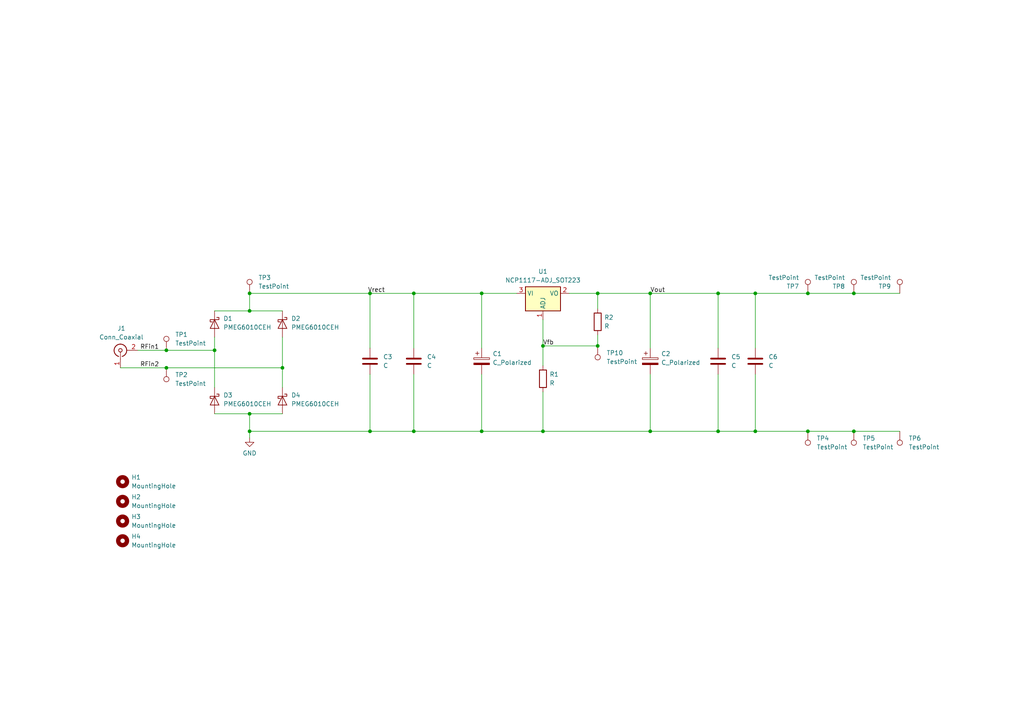
<source format=kicad_sch>
(kicad_sch (version 20231120) (generator "eeschema") (generator_version "8.0")
  (paper "A4")
  (lib_symbols
    (symbol "Connector:Conn_Coaxial" (pin_names (offset 1.016) hide)
      (property "Reference" "J" (at 0.254 3.048 0))
      (property "Value" "Conn_Coaxial" (at 2.921 0 90))
      (symbol "Conn_Coaxial_0_1"
        (arc (start -1.778 -0.508) (mid 0.2311 -1.8066) (end 1.778 0) (stroke (width 0.254)))
        (polyline (pts (xy -2.54 0) (xy -0.508 0)))
        (polyline (pts (xy 0 -2.54) (xy 0 -1.778)))
        (circle (center 0 0) (radius 0.508) (stroke (width 0.2032)))
        (arc (start 1.778 0) (mid 0.2099 1.8101) (end -1.778 0.508) (stroke (width 0.254)))
      )
      (symbol "Conn_Coaxial_1_1"
        (pin passive line (at -5.08 0 0) (length 2.54) (name "In") (number "1"))
        (pin passive line (at 0 -5.08 90) (length 2.54) (name "Ext") (number "2"))
      )
    )
    (symbol "Connector:TestPoint" (pin_numbers hide) (pin_names (offset 0.762) hide)
      (property "Reference" "TP" (at 0 6.858 0))
      (property "Value" "TestPoint" (at 0 5.08 0))
      (symbol "TestPoint_0_1"
        (circle (center 0 3.302) (radius 0.762))
      )
      (symbol "TestPoint_1_1"
        (pin passive line (at 0 0 90) (length 2.54) (name "1") (number "1"))
      )
    )
    (symbol "Device:C" (pin_numbers hide) (pin_names (offset 0.254))
      (property "Reference" "C" (at 0.635 2.54 0))
      (property "Value" "C" (at 0.635 -2.54 0))
      (symbol "C_0_1"
        (polyline (pts (xy -2.032 -0.762) (xy 2.032 -0.762)) (stroke (width 0.508)))
        (polyline (pts (xy -2.032 0.762) (xy 2.032 0.762)) (stroke (width 0.508)))
      )
      (symbol "C_1_1"
        (pin passive line (at 0 3.81 270) (length 2.794) (name "~") (number "1"))
        (pin passive line (at 0 -3.81 90) (length 2.794) (name "~") (number "2"))
      )
    )
    (symbol "Device:C_Polarized" (pin_numbers hide) (pin_names (offset 0.254))
      (property "Reference" "C" (at 0.635 2.54 0))
      (property "Value" "C_Polarized" (at 0.635 -2.54 0))
      (symbol "C_Polarized_0_1"
        (rectangle (start -2.286 0.508) (end 2.286 1.016))
        (polyline (pts (xy -1.778 2.286) (xy -0.762 2.286)))
        (polyline (pts (xy -1.27 2.794) (xy -1.27 1.778)))
        (rectangle (start 2.286 -0.508) (end -2.286 -1.016) (fill (type outline)))
      )
      (symbol "C_Polarized_1_1"
        (pin passive line (at 0 3.81 270) (length 2.794) (name "~") (number "1"))
        (pin passive line (at 0 -3.81 90) (length 2.794) (name "~") (number "2"))
      )
    )
    (symbol "Device:R" (pin_numbers hide) (pin_names (offset 0))
      (property "Reference" "R" (at 2.032 0 90))
      (property "Value" "R" (at 0 0 90))
      (symbol "R_0_1"
        (rectangle (start -1.016 -2.54) (end 1.016 2.54) (stroke (width 0.254)))
      )
      (symbol "R_1_1"
        (pin passive line (at 0 3.81 270) (length 1.27) (name "~") (number "1"))
        (pin passive line (at 0 -3.81 90) (length 1.27) (name "~") (number "2"))
      )
    )
    (symbol "Diode:PMEG6010CEH" (pin_numbers hide) (pin_names hide)
      (property "Reference" "D" (at 0 2.54 0))
      (property "Value" "PMEG6010CEH" (at 0 -2.54 0))
      (symbol "PMEG6010CEH_0_1"
        (polyline (pts (xy 1.27 0) (xy -1.27 0)))
        (polyline (pts (xy 1.27 1.27) (xy 1.27 -1.27) (xy -1.27 0) (xy 1.27 1.27)) (stroke (width 0.2032)))
        (polyline (pts (xy -1.905 0.635) (xy -1.905 1.27) (xy -1.27 1.27) (xy -1.27 -1.27) (xy -0.635 -1.27) (xy -0.635 -0.635)) (stroke (width 0.2032)))
      )
      (symbol "PMEG6010CEH_1_1"
        (pin passive line (at -3.81 0 0) (length 2.54) (name "K") (number "1"))
        (pin passive line (at 3.81 0 180) (length 2.54) (name "A") (number "2"))
      )
    )
    (symbol "Mechanical:MountingHole" (pin_names (offset 1.016))
      (property "Reference" "H" (at 0 5.08 0))
      (property "Value" "MountingHole" (at 0 3.175 0))
      (symbol "MountingHole_0_1"
        (circle (center 0 0) (radius 1.27) (stroke (width 1.27)))
      )
    )
    (symbol "Regulator_Linear:NCP1117-ADJ_SOT223"
      (property "Reference" "U" (at -3.81 3.175 0))
      (property "Value" "NCP1117-ADJ_SOT223" (at 0 3.175 0))
      (symbol "NCP1117-ADJ_SOT223_0_1"
        (rectangle (start -5.08 -5.08) (end 5.08 1.905) (stroke (width 0.254)) (fill (type background)))
      )
      (symbol "NCP1117-ADJ_SOT223_1_1"
        (pin input line (at 0 -7.62 90) (length 2.54) (name "ADJ") (number "1"))
        (pin power_out line (at 7.62 0 180) (length 2.54) (name "VO") (number "2"))
        (pin power_in line (at -7.62 0 0) (length 2.54) (name "VI") (number "3"))
      )
    )
    (symbol "power:GND" (power) (pin_names (offset 0))
      (property "Value" "GND" (at 0 -3.81 0))
      (symbol "GND_0_1"
        (polyline (pts (xy 0 0) (xy 0 -1.27) (xy 1.27 -1.27) (xy 0 -2.54) (xy -1.27 -1.27) (xy 0 -1.27)))
      )
      (symbol "GND_1_1"
        (pin power_in line (at 0 0 270) (length 0) hide (name "GND") (number "1"))
      )
    )
  )
  (junction (at 72.39 120.015))
  (junction (at 72.39 85.09))
  (junction (at 173.355 85.09))
  (junction (at 72.39 90.17))
  (junction (at 72.39 125.095))
  (junction (at 62.23 101.6))
  (junction (at 139.7 125.095))
  (junction (at 139.7 85.09))
  (junction (at 120.015 125.095))
  (junction (at 188.595 85.09))
  (junction (at 208.28 125.095))
  (junction (at 157.48 100.33))
  (junction (at 107.315 125.095))
  (junction (at 48.26 101.6))
  (junction (at 188.595 125.095))
  (junction (at 173.355 100.33))
  (junction (at 81.915 106.68))
  (junction (at 219.075 85.09))
  (junction (at 48.26 106.68))
  (junction (at 234.315 85.09))
  (junction (at 247.65 125.095))
  (junction (at 208.28 85.09))
  (junction (at 234.315 125.095))
  (junction (at 120.015 85.09))
  (junction (at 157.48 125.095))
  (junction (at 107.315 85.09))
  (junction (at 219.075 125.095))
  (junction (at 247.65 85.09))
  (wire (pts (xy 72.39 90.17) (xy 72.39 85.09)))
  (wire (pts (xy 72.39 85.09) (xy 107.315 85.09)))
  (wire (pts (xy 165.1 85.09) (xy 173.355 85.09)))
  (wire (pts (xy 62.23 90.17) (xy 72.39 90.17)))
  (wire (pts (xy 219.075 125.095) (xy 208.28 125.095)))
  (wire (pts (xy 48.26 101.6) (xy 62.23 101.6)))
  (wire (pts (xy 120.015 108.585) (xy 120.015 125.095)))
  (wire (pts (xy 107.315 125.095) (xy 120.015 125.095)))
  (wire (pts (xy 139.7 85.09) (xy 149.86 85.09)))
  (wire (pts (xy 48.26 106.68) (xy 81.915 106.68)))
  (wire (pts (xy 247.65 125.095) (xy 260.985 125.095)))
  (wire (pts (xy 40.005 101.6) (xy 48.26 101.6)))
  (wire (pts (xy 208.28 85.09) (xy 188.595 85.09)))
  (wire (pts (xy 260.985 85.09) (xy 247.65 85.09)))
  (wire (pts (xy 188.595 85.09) (xy 173.355 85.09)))
  (wire (pts (xy 188.595 108.585) (xy 188.595 125.095)))
  (wire (pts (xy 247.65 85.09) (xy 234.315 85.09)))
  (wire (pts (xy 72.39 120.015) (xy 81.915 120.015)))
  (wire (pts (xy 157.48 92.71) (xy 157.48 100.33)))
  (wire (pts (xy 139.7 85.09) (xy 139.7 100.965)))
  (wire (pts (xy 120.015 125.095) (xy 139.7 125.095)))
  (wire (pts (xy 208.28 100.965) (xy 208.28 85.09)))
  (wire (pts (xy 173.355 85.09) (xy 173.355 89.535)))
  (wire (pts (xy 120.015 85.09) (xy 120.015 100.965)))
  (wire (pts (xy 81.915 106.68) (xy 81.915 112.395)))
  (wire (pts (xy 107.315 85.09) (xy 107.315 100.965)))
  (wire (pts (xy 208.28 125.095) (xy 188.595 125.095)))
  (wire (pts (xy 173.355 100.33) (xy 157.48 100.33)))
  (wire (pts (xy 72.39 90.17) (xy 81.915 90.17)))
  (wire (pts (xy 219.075 85.09) (xy 208.28 85.09)))
  (wire (pts (xy 107.315 108.585) (xy 107.315 125.095)))
  (wire (pts (xy 72.39 127) (xy 72.39 125.095)))
  (wire (pts (xy 234.315 85.09) (xy 219.075 85.09)))
  (wire (pts (xy 234.315 125.095) (xy 219.075 125.095)))
  (wire (pts (xy 219.075 100.965) (xy 219.075 85.09)))
  (wire (pts (xy 157.48 100.33) (xy 157.48 106.045)))
  (wire (pts (xy 219.075 108.585) (xy 219.075 125.095)))
  (wire (pts (xy 62.23 120.015) (xy 72.39 120.015)))
  (wire (pts (xy 107.315 85.09) (xy 120.015 85.09)))
  (wire (pts (xy 72.39 125.095) (xy 72.39 120.015)))
  (wire (pts (xy 34.925 106.68) (xy 48.26 106.68)))
  (wire (pts (xy 234.315 125.095) (xy 247.65 125.095)))
  (wire (pts (xy 208.28 108.585) (xy 208.28 125.095)))
  (wire (pts (xy 157.48 113.665) (xy 157.48 125.095)))
  (wire (pts (xy 120.015 85.09) (xy 139.7 85.09)))
  (wire (pts (xy 72.39 125.095) (xy 107.315 125.095)))
  (wire (pts (xy 62.23 97.79) (xy 62.23 101.6)))
  (wire (pts (xy 81.915 97.79) (xy 81.915 106.68)))
  (wire (pts (xy 188.595 125.095) (xy 157.48 125.095)))
  (wire (pts (xy 62.23 101.6) (xy 62.23 112.395)))
  (wire (pts (xy 188.595 100.965) (xy 188.595 85.09)))
  (wire (pts (xy 173.355 100.33) (xy 173.355 97.155)))
  (wire (pts (xy 139.7 108.585) (xy 139.7 125.095)))
  (wire (pts (xy 139.7 125.095) (xy 157.48 125.095)))
  (label "Vout" (at 188.595 85.09 0))
  (label "RFin1" (at 40.64 101.6 0))
  (label "Vrect" (at 106.68 85.09 0))
  (label "RFin2" (at 40.64 106.68 0))
  (label "Vfb" (at 157.48 100.33 0))
  (symbol (lib_id "Connector:TestPoint") (at 48.26 101.6 0) (unit 1)
    (property "Reference" "TP1" (at 50.8 97.028 0) (effects (justify left)))
    (property "Value" "TestPoint" (at 50.8 99.568 0) (effects (justify left)))
    (property "Footprint" "TestPoint:TestPoint_Keystone_5000-5004_Miniature" (effects (hide yes)))
  )
  (symbol (lib_id "Device:R") (at 157.48 109.855 0) (unit 1)
    (property "Reference" "R1" (at 159.385 108.585 0) (effects (justify left)))
    (property "Value" "R" (at 159.385 111.125 0) (effects (justify left)))
    (property "Footprint" "Resistor_SMD:R_0603_1608Metric_Pad0.98x0.95mm_HandSolder" (effects (hide yes)))
  )
  (symbol (lib_id "Device:C") (at 208.28 104.775 0) (unit 1)
    (property "Reference" "C5" (at 212.09 103.505 0) (effects (justify left)))
    (property "Value" "C" (at 212.09 106.045 0) (effects (justify left)))
    (property "Footprint" "Capacitor_SMD:C_0603_1608Metric_Pad1.08x0.95mm_HandSolder" (effects (hide yes)))
  )
  (symbol (lib_id "power:GND") (at 72.39 127 0) (unit 1)
    (property "Reference" "#PWR01" (effects (hide yes)))
    (property "Value" "GND" (at 72.39 131.445 0))
  )
  (symbol (lib_id "Device:R") (at 173.355 93.345 0) (unit 1)
    (property "Reference" "R2" (at 175.26 92.075 0) (effects (justify left)))
    (property "Value" "R" (at 175.26 94.615 0) (effects (justify left)))
    (property "Footprint" "Resistor_SMD:R_0603_1608Metric_Pad0.98x0.95mm_HandSolder" (effects (hide yes)))
  )
  (symbol (lib_id "Mechanical:MountingHole") (at 35.56 156.845 0) (unit 1)
    (property "Reference" "H4" (at 38.1 155.575 0) (effects (justify left)))
    (property "Value" "MountingHole" (at 38.1 158.115 0) (effects (justify left)))
    (property "Footprint" "MountingHole:MountingHole_3.2mm_M3" (effects (hide yes)))
  )
  (symbol (lib_id "Diode:PMEG6010CEH") (at 62.23 93.98 270) (unit 1)
    (property "Reference" "D1" (at 64.77 92.3925 90) (effects (justify left)))
    (property "Value" "PMEG6010CEH" (at 64.77 94.9325 90) (effects (justify left)))
    (property "Footprint" "Diode_SMD:D_SOD-123F" (effects (hide yes)))
    (property "Datasheet" "https://assets.nexperia.com/documents/data-sheet/PMEG6010CEH_PMEG6010CEJ.pdf" (effects (hide yes)))
  )
  (symbol (lib_id "Connector:TestPoint") (at 72.39 85.09 0) (unit 1)
    (property "Reference" "TP3" (at 74.93 80.518 0) (effects (justify left)))
    (property "Value" "TestPoint" (at 74.93 83.058 0) (effects (justify left)))
    (property "Footprint" "TestPoint:TestPoint_Keystone_5000-5004_Miniature" (effects (hide yes)))
  )
  (symbol (lib_id "Connector:Conn_Coaxial") (at 34.925 101.6 90) (unit 1)
    (property "Reference" "J1" (at 35.2182 95.25 90))
    (property "Value" "Conn_Coaxial" (at 35.2182 97.79 90))
    (property "Footprint" "Connector_Coaxial:SMA_Amphenol_901-143_Horizontal" (effects (hide yes)))
    (property "Datasheet" " ~" (effects (hide yes)))
  )
  (symbol (lib_id "Connector:TestPoint") (at 234.315 125.095 180) (unit 1)
    (property "Reference" "TP4" (at 236.855 127.127 0) (effects (justify right)))
    (property "Value" "TestPoint" (at 236.855 129.667 0) (effects (justify right)))
    (property "Footprint" "TestPoint:TestPoint_Keystone_5000-5004_Miniature" (effects (hide yes)))
  )
  (symbol (lib_id "Connector:TestPoint") (at 48.26 106.68 180) (unit 1)
    (property "Reference" "TP2" (at 50.8 108.712 0) (effects (justify right)))
    (property "Value" "TestPoint" (at 50.8 111.252 0) (effects (justify right)))
    (property "Footprint" "TestPoint:TestPoint_Keystone_5000-5004_Miniature" (effects (hide yes)))
  )
  (symbol (lib_id "Diode:PMEG6010CEH") (at 81.915 116.205 270) (unit 1)
    (property "Reference" "D4" (at 84.455 114.6175 90) (effects (justify left)))
    (property "Value" "PMEG6010CEH" (at 84.455 117.1575 90) (effects (justify left)))
    (property "Footprint" "Diode_SMD:D_SOD-123F" (effects (hide yes)))
    (property "Datasheet" "https://assets.nexperia.com/documents/data-sheet/PMEG6010CEH_PMEG6010CEJ.pdf" (effects (hide yes)))
  )
  (symbol (lib_id "Device:C_Polarized") (at 139.7 104.775 0) (unit 1)
    (property "Reference" "C1" (at 142.875 102.616 0) (effects (justify left)))
    (property "Value" "C_Polarized" (at 142.875 105.156 0) (effects (justify left)))
    (property "Footprint" "Capacitor_Tantalum_SMD:CP_EIA-3216-10_Kemet-I_Pad1.58x1.35mm_HandSolder" (effects (hide yes)))
  )
  (symbol (lib_id "Device:C") (at 107.315 104.775 0) (unit 1)
    (property "Reference" "C3" (at 111.125 103.505 0) (effects (justify left)))
    (property "Value" "C" (at 111.125 106.045 0) (effects (justify left)))
    (property "Footprint" "Capacitor_SMD:C_0603_1608Metric_Pad1.08x0.95mm_HandSolder" (effects (hide yes)))
  )
  (symbol (lib_id "Device:C") (at 120.015 104.775 0) (unit 1)
    (property "Reference" "C4" (at 123.825 103.505 0) (effects (justify left)))
    (property "Value" "C" (at 123.825 106.045 0) (effects (justify left)))
    (property "Footprint" "Capacitor_SMD:C_0603_1608Metric_Pad1.08x0.95mm_HandSolder" (effects (hide yes)))
  )
  (symbol (lib_id "Device:C") (at 219.075 104.775 0) (unit 1)
    (property "Reference" "C6" (at 222.885 103.505 0) (effects (justify left)))
    (property "Value" "C" (at 222.885 106.045 0) (effects (justify left)))
    (property "Footprint" "Capacitor_SMD:C_0603_1608Metric_Pad1.08x0.95mm_HandSolder" (effects (hide yes)))
  )
  (symbol (lib_id "Connector:TestPoint") (at 234.315 85.09 0) (unit 1)
    (property "Reference" "TP7" (at 231.775 83.058 0) (effects (justify right)))
    (property "Value" "TestPoint" (at 231.775 80.518 0) (effects (justify right)))
    (property "Footprint" "TestPoint:TestPoint_Keystone_5000-5004_Miniature" (effects (hide yes)))
  )
  (symbol (lib_id "Mechanical:MountingHole") (at 35.56 139.7 0) (unit 1)
    (property "Reference" "H1" (at 38.1 138.43 0) (effects (justify left)))
    (property "Value" "MountingHole" (at 38.1 140.97 0) (effects (justify left)))
    (property "Footprint" "MountingHole:MountingHole_3.2mm_M3" (effects (hide yes)))
  )
  (symbol (lib_id "Connector:TestPoint") (at 247.65 125.095 180) (unit 1)
    (property "Reference" "TP5" (at 250.19 127.127 0) (effects (justify right)))
    (property "Value" "TestPoint" (at 250.19 129.667 0) (effects (justify right)))
    (property "Footprint" "TestPoint:TestPoint_Keystone_5000-5004_Miniature" (effects (hide yes)))
  )
  (symbol (lib_id "Regulator_Linear:NCP1117-ADJ_SOT223") (at 157.48 85.09 0) (unit 1)
    (property "Reference" "U1" (at 157.48 78.74 0))
    (property "Value" "NCP1117-ADJ_SOT223" (at 157.48 81.28 0))
    (property "Footprint" "Package_TO_SOT_SMD:SOT-223-3_TabPin2" (effects (hide yes)))
    (property "Datasheet" "http://www.onsemi.com/pub_link/Collateral/NCP1117-D.PDF" (effects (hide yes)))
  )
  (symbol (lib_id "Connector:TestPoint") (at 260.985 125.095 180) (unit 1)
    (property "Reference" "TP6" (at 263.525 127.127 0) (effects (justify right)))
    (property "Value" "TestPoint" (at 263.525 129.667 0) (effects (justify right)))
    (property "Footprint" "TestPoint:TestPoint_Keystone_5000-5004_Miniature" (effects (hide yes)))
  )
  (symbol (lib_id "Diode:PMEG6010CEH") (at 81.915 93.98 270) (unit 1)
    (property "Reference" "D2" (at 84.455 92.3925 90) (effects (justify left)))
    (property "Value" "PMEG6010CEH" (at 84.455 94.9325 90) (effects (justify left)))
    (property "Footprint" "Diode_SMD:D_SOD-123F" (effects (hide yes)))
    (property "Datasheet" "https://assets.nexperia.com/documents/data-sheet/PMEG6010CEH_PMEG6010CEJ.pdf" (effects (hide yes)))
  )
  (symbol (lib_id "Mechanical:MountingHole") (at 35.56 145.415 0) (unit 1)
    (property "Reference" "H2" (at 38.1 144.145 0) (effects (justify left)))
    (property "Value" "MountingHole" (at 38.1 146.685 0) (effects (justify left)))
    (property "Footprint" "MountingHole:MountingHole_3.2mm_M3" (effects (hide yes)))
  )
  (symbol (lib_id "Device:C_Polarized") (at 188.595 104.775 0) (unit 1)
    (property "Reference" "C2" (at 191.77 102.616 0) (effects (justify left)))
    (property "Value" "C_Polarized" (at 191.77 105.156 0) (effects (justify left)))
    (property "Footprint" "Capacitor_Tantalum_SMD:CP_EIA-3216-10_Kemet-I_Pad1.58x1.35mm_HandSolder" (effects (hide yes)))
  )
  (symbol (lib_id "Mechanical:MountingHole") (at 35.56 151.13 0) (unit 1)
    (property "Reference" "H3" (at 38.1 149.86 0) (effects (justify left)))
    (property "Value" "MountingHole" (at 38.1 152.4 0) (effects (justify left)))
    (property "Footprint" "MountingHole:MountingHole_3.2mm_M3" (effects (hide yes)))
  )
  (symbol (lib_id "Connector:TestPoint") (at 247.65 85.09 0) (unit 1)
    (property "Reference" "TP8" (at 245.11 83.058 0) (effects (justify right)))
    (property "Value" "TestPoint" (at 245.11 80.518 0) (effects (justify right)))
    (property "Footprint" "TestPoint:TestPoint_Keystone_5000-5004_Miniature" (effects (hide yes)))
  )
  (symbol (lib_id "Connector:TestPoint") (at 260.985 85.09 0) (unit 1)
    (property "Reference" "TP9" (at 258.445 83.058 0) (effects (justify right)))
    (property "Value" "TestPoint" (at 258.445 80.518 0) (effects (justify right)))
    (property "Footprint" "TestPoint:TestPoint_Keystone_5000-5004_Miniature" (effects (hide yes)))
  )
  (symbol (lib_id "Diode:PMEG6010CEH") (at 62.23 116.205 270) (unit 1)
    (property "Reference" "D3" (at 64.77 114.6175 90) (effects (justify left)))
    (property "Value" "PMEG6010CEH" (at 64.77 117.1575 90) (effects (justify left)))
    (property "Footprint" "Diode_SMD:D_SOD-123F" (effects (hide yes)))
    (property "Datasheet" "https://assets.nexperia.com/documents/data-sheet/PMEG6010CEH_PMEG6010CEJ.pdf" (effects (hide yes)))
  )
  (symbol (lib_id "Connector:TestPoint") (at 173.355 100.33 180) (unit 1)
    (property "Reference" "TP10" (at 175.895 102.362 0) (effects (justify right)))
    (property "Value" "TestPoint" (at 175.895 104.902 0) (effects (justify right)))
    (property "Footprint" "TestPoint:TestPoint_Keystone_5000-5004_Miniature" (effects (hide yes)))
  )
)
</source>
